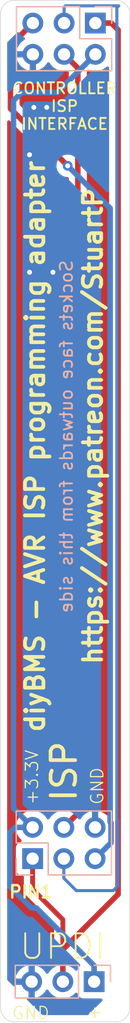
<source format=kicad_pcb>
(kicad_pcb (version 20171130) (host pcbnew "(5.1.5)-3")

  (general
    (thickness 1.6)
    (drawings 26)
    (tracks 51)
    (zones 0)
    (modules 3)
    (nets 7)
  )

  (page A4)
  (layers
    (0 F.Cu signal)
    (31 B.Cu signal)
    (32 B.Adhes user)
    (33 F.Adhes user)
    (34 B.Paste user)
    (35 F.Paste user)
    (36 B.SilkS user)
    (37 F.SilkS user)
    (38 B.Mask user)
    (39 F.Mask user)
    (40 Dwgs.User user)
    (41 Cmts.User user)
    (42 Eco1.User user)
    (43 Eco2.User user)
    (44 Edge.Cuts user)
    (45 Margin user)
    (46 B.CrtYd user)
    (47 F.CrtYd user)
    (48 B.Fab user hide)
    (49 F.Fab user hide)
  )

  (setup
    (last_trace_width 0.25)
    (trace_clearance 0.2)
    (zone_clearance 0.508)
    (zone_45_only yes)
    (trace_min 0.2)
    (via_size 0.8)
    (via_drill 0.4)
    (via_min_size 0.4)
    (via_min_drill 0.3)
    (uvia_size 0.3)
    (uvia_drill 0.1)
    (uvias_allowed no)
    (uvia_min_size 0.2)
    (uvia_min_drill 0.1)
    (edge_width 0.05)
    (segment_width 0.2)
    (pcb_text_width 0.3)
    (pcb_text_size 1.5 1.5)
    (mod_edge_width 0.12)
    (mod_text_size 1 1)
    (mod_text_width 0.15)
    (pad_size 1.524 1.524)
    (pad_drill 0.762)
    (pad_to_mask_clearance 0.051)
    (solder_mask_min_width 0.25)
    (aux_axis_origin 0 0)
    (visible_elements 7FFFFFFF)
    (pcbplotparams
      (layerselection 0x010fc_ffffffff)
      (usegerberextensions false)
      (usegerberattributes false)
      (usegerberadvancedattributes false)
      (creategerberjobfile false)
      (excludeedgelayer true)
      (linewidth 0.100000)
      (plotframeref false)
      (viasonmask false)
      (mode 1)
      (useauxorigin false)
      (hpglpennumber 1)
      (hpglpenspeed 20)
      (hpglpendiameter 15.000000)
      (psnegative false)
      (psa4output false)
      (plotreference true)
      (plotvalue true)
      (plotinvisibletext false)
      (padsonsilk false)
      (subtractmaskfromsilk false)
      (outputformat 1)
      (mirror false)
      (drillshape 0)
      (scaleselection 1)
      (outputdirectory "Gerber/"))
  )

  (net 0 "")
  (net 1 RESET)
  (net 2 MOSI)
  (net 3 SCK)
  (net 4 VCC)
  (net 5 MISO)
  (net 6 GND)

  (net_class Default "This is the default net class."
    (clearance 0.2)
    (trace_width 0.25)
    (via_dia 0.8)
    (via_drill 0.4)
    (uvia_dia 0.3)
    (uvia_drill 0.1)
    (add_net GND)
    (add_net MISO)
    (add_net MOSI)
    (add_net RESET)
    (add_net SCK)
    (add_net VCC)
  )

  (module Connector_PinSocket_2.54mm:PinSocket_1x03_P2.54mm_Vertical (layer B.Cu) (tedit 5A19A429) (tstamp 60316525)
    (at 58.15 120.1 90)
    (descr "Through hole straight socket strip, 1x03, 2.54mm pitch, single row (from Kicad 4.0.7), script generated")
    (tags "Through hole socket strip THT 1x03 2.54mm single row")
    (path /603140EE)
    (fp_text reference J3 (at 0.05 3.55 -90) (layer B.SilkS) hide
      (effects (font (size 1 1) (thickness 0.15)) (justify mirror))
    )
    (fp_text value Conn_01x03_Female (at 5.25 -11.6 -90) (layer B.Fab)
      (effects (font (size 1 1) (thickness 0.15)) (justify mirror))
    )
    (fp_text user %R (at 0 -2.54) (layer B.Fab)
      (effects (font (size 1 1) (thickness 0.15)) (justify mirror))
    )
    (fp_line (start -1.8 -6.85) (end -1.8 1.8) (layer B.CrtYd) (width 0.05))
    (fp_line (start 1.75 -6.85) (end -1.8 -6.85) (layer B.CrtYd) (width 0.05))
    (fp_line (start 1.75 1.8) (end 1.75 -6.85) (layer B.CrtYd) (width 0.05))
    (fp_line (start -1.8 1.8) (end 1.75 1.8) (layer B.CrtYd) (width 0.05))
    (fp_line (start 0 1.33) (end 1.33 1.33) (layer B.SilkS) (width 0.12))
    (fp_line (start 1.33 1.33) (end 1.33 0) (layer B.SilkS) (width 0.12))
    (fp_line (start 1.33 -1.27) (end 1.33 -6.41) (layer B.SilkS) (width 0.12))
    (fp_line (start -1.33 -6.41) (end 1.33 -6.41) (layer B.SilkS) (width 0.12))
    (fp_line (start -1.33 -1.27) (end -1.33 -6.41) (layer B.SilkS) (width 0.12))
    (fp_line (start -1.33 -1.27) (end 1.33 -1.27) (layer B.SilkS) (width 0.12))
    (fp_line (start -1.27 -6.35) (end -1.27 1.27) (layer B.Fab) (width 0.1))
    (fp_line (start 1.27 -6.35) (end -1.27 -6.35) (layer B.Fab) (width 0.1))
    (fp_line (start 1.27 0.635) (end 1.27 -6.35) (layer B.Fab) (width 0.1))
    (fp_line (start 0.635 1.27) (end 1.27 0.635) (layer B.Fab) (width 0.1))
    (fp_line (start -1.27 1.27) (end 0.635 1.27) (layer B.Fab) (width 0.1))
    (pad 3 thru_hole oval (at 0 -5.08 90) (size 1.7 1.7) (drill 1) (layers *.Cu *.Mask)
      (net 6 GND))
    (pad 2 thru_hole oval (at 0 -2.54 90) (size 1.7 1.7) (drill 1) (layers *.Cu *.Mask)
      (net 5 MISO))
    (pad 1 thru_hole rect (at 0 0 90) (size 1.7 1.7) (drill 1) (layers *.Cu *.Mask)
      (net 4 VCC))
    (model ${KISYS3DMOD}/Connector_PinSocket_2.54mm.3dshapes/PinSocket_1x03_P2.54mm_Vertical.wrl
      (at (xyz 0 0 0))
      (scale (xyz 1 1 1))
      (rotate (xyz 0 0 0))
    )
  )

  (module Connector_PinSocket_2.54mm:PinSocket_2x03_P2.54mm_Vertical (layer B.Cu) (tedit 5A19A425) (tstamp 6031656C)
    (at 53.15 110.1 270)
    (descr "Through hole straight socket strip, 2x03, 2.54mm pitch, double cols (from Kicad 4.0.7), script generated")
    (tags "Through hole socket strip THT 2x03 2.54mm double row")
    (path /60310A3D)
    (fp_text reference J2 (at -1.35 3.65 270) (layer B.SilkS) hide
      (effects (font (size 1 1) (thickness 0.15)) (justify mirror))
    )
    (fp_text value AVR-ISP-6 (at 0.35 -9.85 270) (layer B.Fab)
      (effects (font (size 1 1) (thickness 0.15)) (justify mirror))
    )
    (fp_text user %R (at -1.27 -2.54) (layer B.Fab)
      (effects (font (size 1 1) (thickness 0.15)) (justify mirror))
    )
    (fp_line (start -4.34 -6.85) (end -4.34 1.8) (layer B.CrtYd) (width 0.05))
    (fp_line (start 1.76 -6.85) (end -4.34 -6.85) (layer B.CrtYd) (width 0.05))
    (fp_line (start 1.76 1.8) (end 1.76 -6.85) (layer B.CrtYd) (width 0.05))
    (fp_line (start -4.34 1.8) (end 1.76 1.8) (layer B.CrtYd) (width 0.05))
    (fp_line (start 0 1.33) (end 1.33 1.33) (layer B.SilkS) (width 0.12))
    (fp_line (start 1.33 1.33) (end 1.33 0) (layer B.SilkS) (width 0.12))
    (fp_line (start -1.27 1.33) (end -1.27 -1.27) (layer B.SilkS) (width 0.12))
    (fp_line (start -1.27 -1.27) (end 1.33 -1.27) (layer B.SilkS) (width 0.12))
    (fp_line (start 1.33 -1.27) (end 1.33 -6.41) (layer B.SilkS) (width 0.12))
    (fp_line (start -3.87 -6.41) (end 1.33 -6.41) (layer B.SilkS) (width 0.12))
    (fp_line (start -3.87 1.33) (end -3.87 -6.41) (layer B.SilkS) (width 0.12))
    (fp_line (start -3.87 1.33) (end -1.27 1.33) (layer B.SilkS) (width 0.12))
    (fp_line (start -3.81 -6.35) (end -3.81 1.27) (layer B.Fab) (width 0.1))
    (fp_line (start 1.27 -6.35) (end -3.81 -6.35) (layer B.Fab) (width 0.1))
    (fp_line (start 1.27 0.27) (end 1.27 -6.35) (layer B.Fab) (width 0.1))
    (fp_line (start 0.27 1.27) (end 1.27 0.27) (layer B.Fab) (width 0.1))
    (fp_line (start -3.81 1.27) (end 0.27 1.27) (layer B.Fab) (width 0.1))
    (pad 6 thru_hole oval (at -2.54 -5.08 270) (size 1.7 1.7) (drill 1) (layers *.Cu *.Mask)
      (net 6 GND))
    (pad 5 thru_hole oval (at 0 -5.08 270) (size 1.7 1.7) (drill 1) (layers *.Cu *.Mask)
      (net 1 RESET))
    (pad 4 thru_hole oval (at -2.54 -2.54 270) (size 1.7 1.7) (drill 1) (layers *.Cu *.Mask)
      (net 2 MOSI))
    (pad 3 thru_hole oval (at 0 -2.54 270) (size 1.7 1.7) (drill 1) (layers *.Cu *.Mask)
      (net 3 SCK))
    (pad 2 thru_hole oval (at -2.54 0 270) (size 1.7 1.7) (drill 1) (layers *.Cu *.Mask)
      (net 4 VCC))
    (pad 1 thru_hole rect (at 0 0 270) (size 1.7 1.7) (drill 1) (layers *.Cu *.Mask)
      (net 5 MISO))
    (model ${KISYS3DMOD}/Connector_PinSocket_2.54mm.3dshapes/PinSocket_2x03_P2.54mm_Vertical.wrl
      (at (xyz 0 0 0))
      (scale (xyz 1 1 1))
      (rotate (xyz 0 0 0))
    )
  )

  (module Connector_PinSocket_2.54mm:PinSocket_2x03_P2.54mm_Vertical (layer B.Cu) (tedit 5A19A425) (tstamp 603183E2)
    (at 58.25 42.2 90)
    (descr "Through hole straight socket strip, 2x03, 2.54mm pitch, double cols (from Kicad 4.0.7), script generated")
    (tags "Through hole socket strip THT 2x03 2.54mm double row")
    (path /6030FCCE)
    (fp_text reference J1 (at -1.27 3.65 -90) (layer B.SilkS) hide
      (effects (font (size 1 1) (thickness 0.15)) (justify mirror))
    )
    (fp_text value AVR-ISP-6 (at -1.27 -7.85 -90) (layer B.Fab)
      (effects (font (size 1 1) (thickness 0.15)) (justify mirror))
    )
    (fp_text user %R (at -1.27 -2.54) (layer B.Fab)
      (effects (font (size 1 1) (thickness 0.15)) (justify mirror))
    )
    (fp_line (start -4.34 -6.85) (end -4.34 1.8) (layer B.CrtYd) (width 0.05))
    (fp_line (start 1.76 -6.85) (end -4.34 -6.85) (layer B.CrtYd) (width 0.05))
    (fp_line (start 1.76 1.8) (end 1.76 -6.85) (layer B.CrtYd) (width 0.05))
    (fp_line (start -4.34 1.8) (end 1.76 1.8) (layer B.CrtYd) (width 0.05))
    (fp_line (start 0 1.33) (end 1.33 1.33) (layer B.SilkS) (width 0.12))
    (fp_line (start 1.33 1.33) (end 1.33 0) (layer B.SilkS) (width 0.12))
    (fp_line (start -1.27 1.33) (end -1.27 -1.27) (layer B.SilkS) (width 0.12))
    (fp_line (start -1.27 -1.27) (end 1.33 -1.27) (layer B.SilkS) (width 0.12))
    (fp_line (start 1.33 -1.27) (end 1.33 -6.41) (layer B.SilkS) (width 0.12))
    (fp_line (start -3.87 -6.41) (end 1.33 -6.41) (layer B.SilkS) (width 0.12))
    (fp_line (start -3.87 1.33) (end -3.87 -6.41) (layer B.SilkS) (width 0.12))
    (fp_line (start -3.87 1.33) (end -1.27 1.33) (layer B.SilkS) (width 0.12))
    (fp_line (start -3.81 -6.35) (end -3.81 1.27) (layer B.Fab) (width 0.1))
    (fp_line (start 1.27 -6.35) (end -3.81 -6.35) (layer B.Fab) (width 0.1))
    (fp_line (start 1.27 0.27) (end 1.27 -6.35) (layer B.Fab) (width 0.1))
    (fp_line (start 0.27 1.27) (end 1.27 0.27) (layer B.Fab) (width 0.1))
    (fp_line (start -3.81 1.27) (end 0.27 1.27) (layer B.Fab) (width 0.1))
    (pad 6 thru_hole oval (at -2.54 -5.08 90) (size 1.7 1.7) (drill 1) (layers *.Cu *.Mask)
      (net 6 GND))
    (pad 5 thru_hole oval (at 0 -5.08 90) (size 1.7 1.7) (drill 1) (layers *.Cu *.Mask)
      (net 1 RESET))
    (pad 4 thru_hole oval (at -2.54 -2.54 90) (size 1.7 1.7) (drill 1) (layers *.Cu *.Mask)
      (net 2 MOSI))
    (pad 3 thru_hole oval (at 0 -2.54 90) (size 1.7 1.7) (drill 1) (layers *.Cu *.Mask)
      (net 3 SCK))
    (pad 2 thru_hole oval (at -2.54 0 90) (size 1.7 1.7) (drill 1) (layers *.Cu *.Mask)
      (net 4 VCC))
    (pad 1 thru_hole rect (at 0 0 90) (size 1.7 1.7) (drill 1) (layers *.Cu *.Mask)
      (net 5 MISO))
    (model ${KISYS3DMOD}/Connector_PinSocket_2.54mm.3dshapes/PinSocket_2x03_P2.54mm_Vertical.wrl
      (at (xyz 0 0 0))
      (scale (xyz 1 1 1))
      (rotate (xyz 0 0 0))
    )
  )

  (gr_text "Sockets face outwards from this side" (at 55.9 75.8 90) (layer B.SilkS) (tstamp 604A501B)
    (effects (font (size 1 1) (thickness 0.15)) (justify mirror))
  )
  (gr_line (start 50.55 48.5) (end 50.55 42.95) (layer Edge.Cuts) (width 0.05))
  (gr_line (start 50.55 79.65) (end 50.55 74.1) (layer Edge.Cuts) (width 0.05))
  (gr_line (start 50.55 74.1) (end 50.55 48.5) (layer Edge.Cuts) (width 0.05))
  (gr_line (start 50.55 113) (end 50.55 79.65) (layer Edge.Cuts) (width 0.05))
  (gr_line (start 50.55 118.6) (end 50.55 113) (layer Edge.Cuts) (width 0.05))
  (gr_line (start 50.55 122.25) (end 50.55 118.6) (layer Edge.Cuts) (width 0.05))
  (gr_line (start 50.55 41.45) (end 50.55 42.95) (layer Edge.Cuts) (width 0.05))
  (gr_line (start 61.05 74.1) (end 61.05 122.25) (layer Edge.Cuts) (width 0.05) (tstamp 6031863F))
  (gr_text "diyBMS - AVR ISP programming adapter" (at 53.35 76.6 90) (layer F.SilkS) (tstamp 6031826E)
    (effects (font (size 1.5 1.5) (thickness 0.3)))
  )
  (gr_text https://www.patreon.com/StuartP (at 58.05 74.95 90) (layer F.SilkS) (tstamp 603181F4)
    (effects (font (size 1.5 1.5) (thickness 0.3)))
  )
  (gr_text + (at 58.2 122.7 180) (layer F.SilkS) (tstamp 60316A70)
    (effects (font (size 1 1) (thickness 0.1)))
  )
  (gr_text GND (at 53 122.65) (layer F.SilkS) (tstamp 60316A6F)
    (effects (font (size 1 1) (thickness 0.1)))
  )
  (gr_text GND (at 58.4 104.2 90) (layer F.SilkS) (tstamp 60316A5A)
    (effects (font (size 1 1) (thickness 0.1)))
  )
  (gr_text +3.3V (at 53.1 103.485714 90) (layer F.SilkS) (tstamp 60316A57)
    (effects (font (size 1 1) (thickness 0.1)))
  )
  (gr_text PIN1 (at 53 112.8) (layer F.SilkS) (tstamp 60316A46)
    (effects (font (size 1 1) (thickness 0.2)))
  )
  (gr_text UPDI (at 55.6 117.25) (layer F.SilkS) (tstamp 6031670B)
    (effects (font (size 2 2) (thickness 0.15)))
  )
  (gr_text ISP (at 55.7 103 90) (layer F.SilkS) (tstamp 60316701)
    (effects (font (size 2 2) (thickness 0.3)))
  )
  (gr_text "CONTROLLER\nISP\nINTERFACE" (at 55.75 48.95) (layer F.SilkS)
    (effects (font (size 0.9 0.9) (thickness 0.15)))
  )
  (gr_arc (start 59.95 122.25) (end 59.95 123.35) (angle -90) (layer Edge.Cuts) (width 0.05) (tstamp 60316456))
  (gr_arc (start 51.65 122.25) (end 50.55 122.25) (angle -90) (layer Edge.Cuts) (width 0.05) (tstamp 60316453))
  (gr_arc (start 51.65 41.45) (end 51.65 40.35) (angle -90) (layer Edge.Cuts) (width 0.05) (tstamp 6031644C))
  (gr_arc (start 59.95 41.45) (end 61.05 41.45) (angle -90) (layer Edge.Cuts) (width 0.05))
  (gr_line (start 59.95 40.35) (end 51.65 40.35) (layer Edge.Cuts) (width 0.05) (tstamp 603163C6))
  (gr_line (start 61.05 74.1) (end 61.05 41.45) (layer Edge.Cuts) (width 0.05) (tstamp 603165A3))
  (gr_line (start 51.65 123.35) (end 59.95 123.35) (layer Edge.Cuts) (width 0.05))

  (segment (start 51.35 44.02) (end 51.35 49.15) (width 0.45) (layer F.Cu) (net 1))
  (segment (start 53.17 42.2) (end 51.35 44.02) (width 0.45) (layer F.Cu) (net 1))
  (segment (start 55.600001 53.400001) (end 56 53.8) (width 0.45) (layer F.Cu) (net 1))
  (via (at 56 53.8) (size 0.8) (drill 0.4) (layers F.Cu B.Cu) (net 1))
  (segment (start 51.35 49.15) (end 55.600001 53.400001) (width 0.45) (layer F.Cu) (net 1))
  (segment (start 59.522178 107.200011) (end 59.449989 107.127822) (width 0.45) (layer B.Cu) (net 1))
  (segment (start 59.522178 108.807822) (end 59.522178 107.200011) (width 0.45) (layer B.Cu) (net 1))
  (segment (start 58.23 110.1) (end 59.522178 108.807822) (width 0.45) (layer B.Cu) (net 1))
  (segment (start 59.449989 57.249989) (end 56.399999 54.199999) (width 0.45) (layer B.Cu) (net 1))
  (segment (start 56.399999 54.199999) (end 56 53.8) (width 0.45) (layer B.Cu) (net 1))
  (segment (start 59.449989 107.127822) (end 59.449989 57.249989) (width 0.45) (layer B.Cu) (net 1))
  (segment (start 55.71 44.74) (end 56.825001 45.855001) (width 0.45) (layer F.Cu) (net 2))
  (segment (start 56.825001 45.855001) (end 56.825001 106.424999) (width 0.45) (layer F.Cu) (net 2))
  (segment (start 56.539999 106.710001) (end 55.69 107.56) (width 0.45) (layer F.Cu) (net 2))
  (segment (start 56.825001 106.424999) (end 56.539999 106.710001) (width 0.45) (layer F.Cu) (net 2))
  (segment (start 55.71 42.2) (end 55.71 40.91) (width 0.25) (layer B.Cu) (net 3))
  (segment (start 55.71 40.91) (end 55.82 40.8) (width 0.25) (layer B.Cu) (net 3))
  (segment (start 55.82 40.8) (end 60.15 40.8) (width 0.25) (layer B.Cu) (net 3))
  (segment (start 60.15 40.8) (end 60 40.95) (width 0.25) (layer B.Cu) (net 3))
  (segment (start 60 40.95) (end 60 106.900002) (width 0.25) (layer B.Cu) (net 3))
  (segment (start 60.072188 106.97219) (end 60.072188 112.327812) (width 0.25) (layer B.Cu) (net 3))
  (segment (start 60 106.900002) (end 60.072188 106.97219) (width 0.25) (layer B.Cu) (net 3))
  (segment (start 60.072188 112.327812) (end 59.7 112.7) (width 0.25) (layer B.Cu) (net 3))
  (segment (start 59.7 112.7) (end 56.7 112.7) (width 0.25) (layer B.Cu) (net 3))
  (segment (start 55.69 111.69) (end 55.69 110.1) (width 0.25) (layer B.Cu) (net 3))
  (segment (start 56.7 112.7) (end 55.69 111.69) (width 0.25) (layer B.Cu) (net 3))
  (segment (start 58.15 118.8) (end 53.45 114.1) (width 0.45) (layer B.Cu) (net 4))
  (segment (start 58.15 120.1) (end 58.15 118.8) (width 0.45) (layer B.Cu) (net 4))
  (segment (start 53.45 114.1) (end 53.05 114.1) (width 0.45) (layer B.Cu) (net 4))
  (segment (start 53.05 114.1) (end 51.3 112.35) (width 0.45) (layer B.Cu) (net 4))
  (segment (start 51.3 112.35) (end 51.3 108) (width 0.45) (layer B.Cu) (net 4))
  (segment (start 51.74 107.56) (end 53.15 107.56) (width 0.45) (layer B.Cu) (net 4))
  (segment (start 51.3 108) (end 51.74 107.56) (width 0.45) (layer B.Cu) (net 4))
  (segment (start 55.15 47.84) (end 58.25 44.74) (width 0.45) (layer B.Cu) (net 4))
  (segment (start 52.26 47.84) (end 55.15 47.84) (width 0.45) (layer B.Cu) (net 4))
  (segment (start 51.6 48.5) (end 52.26 47.84) (width 0.45) (layer B.Cu) (net 4))
  (segment (start 53.15 107.56) (end 51.6 106.01) (width 0.45) (layer B.Cu) (net 4))
  (segment (start 51.6 106.01) (end 51.6 48.5) (width 0.45) (layer B.Cu) (net 4))
  (segment (start 53.15 110.1) (end 53.15 112.6) (width 0.4) (layer F.Cu) (net 5))
  (segment (start 55.61 115.06) (end 55.61 120.1) (width 0.4) (layer F.Cu) (net 5))
  (segment (start 53.15 112.6) (end 55.61 115.06) (width 0.4) (layer F.Cu) (net 5))
  (segment (start 59.55 42.2) (end 60.1 42.75) (width 0.45) (layer F.Cu) (net 5))
  (segment (start 58.25 42.2) (end 59.55 42.2) (width 0.45) (layer F.Cu) (net 5))
  (segment (start 60.1 42.75) (end 60.1 113) (width 0.45) (layer F.Cu) (net 5))
  (segment (start 55.61 117.49) (end 55.61 120.1) (width 0.45) (layer F.Cu) (net 5))
  (segment (start 60.1 113) (end 55.61 117.49) (width 0.45) (layer F.Cu) (net 5))
  (via (at 53.25 49.05) (size 0.8) (drill 0.4) (layers F.Cu B.Cu) (net 6))
  (via (at 54.3 49.05) (size 0.8) (drill 0.4) (layers F.Cu B.Cu) (net 6))
  (via (at 52.9 52.9) (size 0.8) (drill 0.4) (layers F.Cu B.Cu) (net 6))
  (via (at 52.9 62.45) (size 0.8) (drill 0.4) (layers F.Cu B.Cu) (net 6))
  (via (at 54.8 62.45) (size 0.8) (drill 0.4) (layers F.Cu B.Cu) (net 6))

  (zone (net 6) (net_name GND) (layer B.Cu) (tstamp 0) (hatch edge 0.508)
    (connect_pads (clearance 0.508))
    (min_thickness 0.254)
    (fill yes (arc_segments 32) (thermal_gap 0.508) (thermal_bridge_width 0.508) (smoothing chamfer) (radius 4))
    (polygon
      (pts
        (xy 61.075 123.4) (xy 50.525 123.4) (xy 50.5 40.35) (xy 61.05 40.35)
      )
    )
    (filled_polygon
      (pts
        (xy 52.412015 114.678239) (xy 52.438946 114.711054) (xy 52.569898 114.818524) (xy 52.667259 114.870564) (xy 52.719299 114.898381)
        (xy 52.88141 114.947556) (xy 53.05 114.964161) (xy 53.092246 114.96) (xy 53.093777 114.96) (xy 56.894829 118.761053)
        (xy 56.848815 118.798815) (xy 56.769463 118.895506) (xy 56.710498 119.00582) (xy 56.688487 119.07838) (xy 56.556632 118.946525)
        (xy 56.313411 118.78401) (xy 56.043158 118.672068) (xy 55.75626 118.615) (xy 55.46374 118.615) (xy 55.176842 118.672068)
        (xy 54.906589 118.78401) (xy 54.663368 118.946525) (xy 54.456525 119.153368) (xy 54.334805 119.335534) (xy 54.265178 119.218645)
        (xy 54.070269 119.002412) (xy 53.83692 118.828359) (xy 53.574099 118.703175) (xy 53.42689 118.658524) (xy 53.197 118.779845)
        (xy 53.197 119.973) (xy 53.217 119.973) (xy 53.217 120.227) (xy 53.197 120.227) (xy 53.197 121.420155)
        (xy 53.42689 121.541476) (xy 53.574099 121.496825) (xy 53.83692 121.371641) (xy 54.070269 121.197588) (xy 54.265178 120.981355)
        (xy 54.334805 120.864466) (xy 54.456525 121.046632) (xy 54.663368 121.253475) (xy 54.906589 121.41599) (xy 55.176842 121.527932)
        (xy 55.46374 121.585) (xy 55.75626 121.585) (xy 56.043158 121.527932) (xy 56.313411 121.41599) (xy 56.556632 121.253475)
        (xy 56.688487 121.12162) (xy 56.710498 121.19418) (xy 56.769463 121.304494) (xy 56.848815 121.401185) (xy 56.945506 121.480537)
        (xy 57.05582 121.539502) (xy 57.175518 121.575812) (xy 57.3 121.588072) (xy 58.706805 121.588072) (xy 57.605208 122.69)
        (xy 53.994418 122.69) (xy 52.799791 121.495732) (xy 52.943 121.420155) (xy 52.943 120.227) (xy 51.749186 120.227)
        (xy 51.673987 120.370267) (xy 51.21 119.90642) (xy 51.21 119.743109) (xy 51.628519 119.743109) (xy 51.749186 119.973)
        (xy 52.943 119.973) (xy 52.943 118.779845) (xy 52.71311 118.658524) (xy 52.565901 118.703175) (xy 52.30308 118.828359)
        (xy 52.069731 119.002412) (xy 51.874822 119.218645) (xy 51.725843 119.468748) (xy 51.628519 119.743109) (xy 51.21 119.743109)
        (xy 51.21 113.476223)
      )
    )
    (filled_polygon
      (pts
        (xy 59.24 55.823776) (xy 57.015314 53.599091) (xy 56.995226 53.498102) (xy 56.917205 53.309744) (xy 56.803937 53.140226)
        (xy 56.659774 52.996063) (xy 56.490256 52.882795) (xy 56.301898 52.804774) (xy 56.101939 52.765) (xy 55.898061 52.765)
        (xy 55.698102 52.804774) (xy 55.509744 52.882795) (xy 55.340226 52.996063) (xy 55.196063 53.140226) (xy 55.082795 53.309744)
        (xy 55.004774 53.498102) (xy 54.965 53.698061) (xy 54.965 53.901939) (xy 55.004774 54.101898) (xy 55.082795 54.290256)
        (xy 55.196063 54.459774) (xy 55.340226 54.603937) (xy 55.509744 54.717205) (xy 55.698102 54.795226) (xy 55.799091 54.815314)
        (xy 58.58999 57.606214) (xy 58.589989 106.119464) (xy 58.58689 106.118524) (xy 58.357 106.239845) (xy 58.357 107.433)
        (xy 58.377 107.433) (xy 58.377 107.687) (xy 58.357 107.687) (xy 58.357 107.707) (xy 58.103 107.707)
        (xy 58.103 107.687) (xy 58.083 107.687) (xy 58.083 107.433) (xy 58.103 107.433) (xy 58.103 106.239845)
        (xy 57.87311 106.118524) (xy 57.725901 106.163175) (xy 57.46308 106.288359) (xy 57.229731 106.462412) (xy 57.034822 106.678645)
        (xy 56.965195 106.795534) (xy 56.843475 106.613368) (xy 56.636632 106.406525) (xy 56.393411 106.24401) (xy 56.123158 106.132068)
        (xy 55.83626 106.075) (xy 55.54374 106.075) (xy 55.256842 106.132068) (xy 54.986589 106.24401) (xy 54.743368 106.406525)
        (xy 54.536525 106.613368) (xy 54.42 106.78776) (xy 54.303475 106.613368) (xy 54.096632 106.406525) (xy 53.853411 106.24401)
        (xy 53.583158 106.132068) (xy 53.29626 106.075) (xy 53.00374 106.075) (xy 52.90155 106.095327) (xy 52.46 105.653777)
        (xy 52.46 48.856223) (xy 52.616224 48.7) (xy 55.107761 48.7) (xy 55.15 48.70416) (xy 55.192239 48.7)
        (xy 55.192246 48.7) (xy 55.318589 48.687556) (xy 55.4807 48.638381) (xy 55.630102 48.558524) (xy 55.761054 48.451054)
        (xy 55.787988 48.418235) (xy 58.001551 46.204673) (xy 58.10374 46.225) (xy 58.39626 46.225) (xy 58.683158 46.167932)
        (xy 58.953411 46.05599) (xy 59.196632 45.893475) (xy 59.24 45.850107)
      )
    )
    (filled_polygon
      (pts
        (xy 52.016525 43.146632) (xy 52.223368 43.353475) (xy 52.399406 43.4711) (xy 52.169731 43.642412) (xy 51.974822 43.858645)
        (xy 51.825843 44.108748) (xy 51.728519 44.383109) (xy 51.849186 44.613) (xy 53.043 44.613) (xy 53.043 44.593)
        (xy 53.297 44.593) (xy 53.297 44.613) (xy 53.317 44.613) (xy 53.317 44.867) (xy 53.297 44.867)
        (xy 53.297 46.060155) (xy 53.52689 46.181476) (xy 53.674099 46.136825) (xy 53.93692 46.011641) (xy 54.170269 45.837588)
        (xy 54.365178 45.621355) (xy 54.434805 45.504466) (xy 54.556525 45.686632) (xy 54.763368 45.893475) (xy 55.006589 46.05599)
        (xy 55.276842 46.167932) (xy 55.551259 46.222517) (xy 54.793777 46.98) (xy 52.302239 46.98) (xy 52.26 46.97584)
        (xy 52.217761 46.98) (xy 52.217754 46.98) (xy 52.106975 46.990911) (xy 52.09141 46.992444) (xy 52.042235 47.007361)
        (xy 51.9293 47.041619) (xy 51.779898 47.121476) (xy 51.648946 47.228946) (xy 51.622016 47.26176) (xy 51.21 47.673777)
        (xy 51.21 45.096891) (xy 51.728519 45.096891) (xy 51.825843 45.371252) (xy 51.974822 45.621355) (xy 52.169731 45.837588)
        (xy 52.40308 46.011641) (xy 52.665901 46.136825) (xy 52.81311 46.181476) (xy 53.043 46.060155) (xy 53.043 44.867)
        (xy 51.849186 44.867) (xy 51.728519 45.096891) (xy 51.21 45.096891) (xy 51.21 43.820623) (xy 51.963348 43.067048)
      )
    )
  )
  (zone (net 6) (net_name GND) (layer F.Cu) (tstamp 604A4FBE) (hatch edge 0.508)
    (connect_pads (clearance 0.508))
    (min_thickness 0.254)
    (fill yes (arc_segments 32) (thermal_gap 0.508) (thermal_bridge_width 0.508) (smoothing chamfer) (radius 4))
    (polygon
      (pts
        (xy 61.075 123.4) (xy 50.525 123.4) (xy 50.5 40.35) (xy 61.05 40.35)
      )
    )
    (filled_polygon
      (pts
        (xy 54.984686 54.00091) (xy 55.004774 54.101898) (xy 55.082795 54.290256) (xy 55.196063 54.459774) (xy 55.340226 54.603937)
        (xy 55.509744 54.717205) (xy 55.698102 54.795226) (xy 55.898061 54.835) (xy 55.965001 54.835) (xy 55.965002 106.068775)
        (xy 55.961765 106.072012) (xy 55.961759 106.072017) (xy 55.938449 106.095327) (xy 55.83626 106.075) (xy 55.54374 106.075)
        (xy 55.256842 106.132068) (xy 54.986589 106.24401) (xy 54.743368 106.406525) (xy 54.536525 106.613368) (xy 54.42 106.78776)
        (xy 54.303475 106.613368) (xy 54.096632 106.406525) (xy 53.853411 106.24401) (xy 53.583158 106.132068) (xy 53.29626 106.075)
        (xy 53.00374 106.075) (xy 52.716842 106.132068) (xy 52.446589 106.24401) (xy 52.203368 106.406525) (xy 51.996525 106.613368)
        (xy 51.83401 106.856589) (xy 51.722068 107.126842) (xy 51.665 107.41374) (xy 51.665 107.70626) (xy 51.722068 107.993158)
        (xy 51.83401 108.263411) (xy 51.996525 108.506632) (xy 52.12838 108.638487) (xy 52.05582 108.660498) (xy 51.945506 108.719463)
        (xy 51.848815 108.798815) (xy 51.769463 108.895506) (xy 51.710498 109.00582) (xy 51.674188 109.125518) (xy 51.661928 109.25)
        (xy 51.661928 110.95) (xy 51.674188 111.074482) (xy 51.710498 111.19418) (xy 51.769463 111.304494) (xy 51.848815 111.401185)
        (xy 51.945506 111.480537) (xy 52.05582 111.539502) (xy 52.175518 111.575812) (xy 52.3 111.588072) (xy 52.315001 111.588072)
        (xy 52.315001 112.558972) (xy 52.31096 112.6) (xy 52.327082 112.763688) (xy 52.374828 112.921086) (xy 52.434337 113.032419)
        (xy 52.452365 113.066146) (xy 52.55671 113.193291) (xy 52.588574 113.219441) (xy 54.775 115.405868) (xy 54.775 117.280018)
        (xy 54.762444 117.321412) (xy 54.75 117.447755) (xy 54.75 117.447761) (xy 54.74584 117.49) (xy 54.75 117.532239)
        (xy 54.750001 118.888639) (xy 54.663368 118.946525) (xy 54.456525 119.153368) (xy 54.334805 119.335534) (xy 54.265178 119.218645)
        (xy 54.070269 119.002412) (xy 53.83692 118.828359) (xy 53.574099 118.703175) (xy 53.42689 118.658524) (xy 53.197 118.779845)
        (xy 53.197 119.973) (xy 53.217 119.973) (xy 53.217 120.227) (xy 53.197 120.227) (xy 53.197 121.420155)
        (xy 53.42689 121.541476) (xy 53.574099 121.496825) (xy 53.83692 121.371641) (xy 54.070269 121.197588) (xy 54.265178 120.981355)
        (xy 54.334805 120.864466) (xy 54.456525 121.046632) (xy 54.663368 121.253475) (xy 54.906589 121.41599) (xy 55.176842 121.527932)
        (xy 55.46374 121.585) (xy 55.75626 121.585) (xy 56.043158 121.527932) (xy 56.313411 121.41599) (xy 56.556632 121.253475)
        (xy 56.688487 121.12162) (xy 56.710498 121.19418) (xy 56.769463 121.304494) (xy 56.848815 121.401185) (xy 56.945506 121.480537)
        (xy 57.05582 121.539502) (xy 57.175518 121.575812) (xy 57.3 121.588072) (xy 58.706805 121.588072) (xy 57.605208 122.69)
        (xy 53.994418 122.69) (xy 52.799791 121.495732) (xy 52.943 121.420155) (xy 52.943 120.227) (xy 51.749186 120.227)
        (xy 51.673987 120.370267) (xy 51.21 119.90642) (xy 51.21 119.743109) (xy 51.628519 119.743109) (xy 51.749186 119.973)
        (xy 52.943 119.973) (xy 52.943 118.779845) (xy 52.71311 118.658524) (xy 52.565901 118.703175) (xy 52.30308 118.828359)
        (xy 52.069731 119.002412) (xy 51.874822 119.218645) (xy 51.725843 119.468748) (xy 51.628519 119.743109) (xy 51.21 119.743109)
        (xy 51.21 50.226223)
      )
    )
    (filled_polygon
      (pts
        (xy 59.240001 106.473209) (xy 59.230269 106.462412) (xy 58.99692 106.288359) (xy 58.734099 106.163175) (xy 58.58689 106.118524)
        (xy 58.357 106.239845) (xy 58.357 107.433) (xy 58.377 107.433) (xy 58.377 107.687) (xy 58.357 107.687)
        (xy 58.357 107.707) (xy 58.103 107.707) (xy 58.103 107.687) (xy 58.083 107.687) (xy 58.083 107.433)
        (xy 58.103 107.433) (xy 58.103 106.239845) (xy 57.87311 106.118524) (xy 57.725901 106.163175) (xy 57.685001 106.182656)
        (xy 57.685001 46.113322) (xy 57.816842 46.167932) (xy 58.10374 46.225) (xy 58.39626 46.225) (xy 58.683158 46.167932)
        (xy 58.953411 46.05599) (xy 59.196632 45.893475) (xy 59.24 45.850107)
      )
    )
    (filled_polygon
      (pts
        (xy 53.297 44.613) (xy 53.317 44.613) (xy 53.317 44.867) (xy 53.297 44.867) (xy 53.297 46.060155)
        (xy 53.52689 46.181476) (xy 53.674099 46.136825) (xy 53.93692 46.011641) (xy 54.170269 45.837588) (xy 54.365178 45.621355)
        (xy 54.434805 45.504466) (xy 54.556525 45.686632) (xy 54.763368 45.893475) (xy 55.006589 46.05599) (xy 55.276842 46.167932)
        (xy 55.56374 46.225) (xy 55.85626 46.225) (xy 55.958449 46.204673) (xy 55.965001 46.211225) (xy 55.965001 52.548777)
        (xy 52.21 48.793777) (xy 52.21 45.867624) (xy 52.40308 46.011641) (xy 52.665901 46.136825) (xy 52.81311 46.181476)
        (xy 53.043 46.060155) (xy 53.043 44.867) (xy 53.023 44.867) (xy 53.023 44.613) (xy 53.043 44.613)
        (xy 53.043 44.593) (xy 53.297 44.593)
      )
    )
  )
)

</source>
